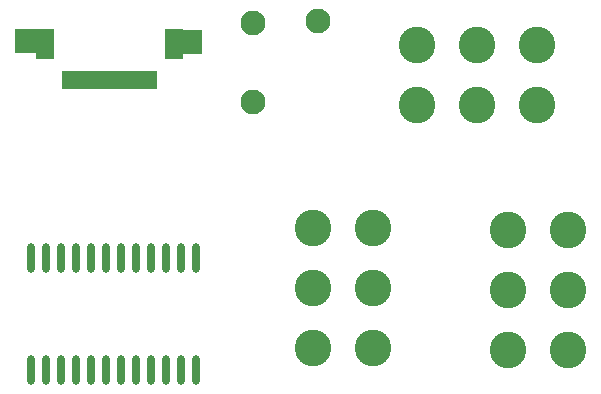
<source format=gts>
G04 Layer: TopSolderMaskLayer*
G04 EasyEDA v6.5.46, 2025-07-23 17:18:39*
G04 4d1536246bbc4f27acf5b42e0466264c,7be8f16a26344db1bf46185b0a727cd7,10*
G04 Gerber Generator version 0.2*
G04 Scale: 100 percent, Rotated: No, Reflected: No *
G04 Dimensions in millimeters *
G04 leading zeros omitted , absolute positions ,4 integer and 5 decimal *
%FSLAX45Y45*%
%MOMM*%

%AMMACRO1*4,1,8,-0.1961,-0.8007,-0.2258,-0.7708,-0.2258,0.771,-0.1961,0.8007,0.1958,0.8007,0.2258,0.771,0.2258,-0.7708,0.1958,-0.8007,-0.1961,-0.8007,0*%
%AMMACRO2*4,1,8,-0.771,-1.3007,-0.8007,-1.2708,-0.8007,1.271,-0.771,1.3007,0.7708,1.3007,0.8007,1.271,0.8007,-1.2708,0.7708,-1.3007,-0.771,-1.3007,0*%
%AMMACRO3*4,1,8,-1.0211,-1.0508,-1.0508,-1.0208,-1.0508,1.0211,-1.0211,1.0508,1.0208,1.0508,1.0508,1.0211,1.0508,-1.0208,1.0208,-1.0508,-1.0211,-1.0508,0*%
%ADD10C,2.1016*%
%ADD11C,3.1016*%
%ADD12MACRO1*%
%ADD13MACRO2*%
%ADD14O,0.6755891999999999X2.4896064*%
%ADD15MACRO3*%

%LPD*%
D10*
G01*
X3136900Y5753100D03*
G01*
X3683000Y5765800D03*
D11*
G01*
X5295900Y2984500D03*
G01*
X5295900Y3492500D03*
G01*
X5295900Y4000500D03*
G01*
X5803900Y4000500D03*
G01*
X5803900Y3492500D03*
G01*
X5803900Y2984500D03*
G01*
X3644900Y2997200D03*
G01*
X3644900Y3505200D03*
G01*
X3644900Y4013200D03*
G01*
X4152900Y4013200D03*
G01*
X4152900Y3505200D03*
G01*
X4152900Y2997200D03*
G01*
X4521200Y5562600D03*
G01*
X5029200Y5562600D03*
G01*
X5537200Y5562600D03*
G01*
X5537200Y5054600D03*
G01*
X5029200Y5054600D03*
G01*
X4521200Y5054600D03*
D12*
G01*
X1542694Y5267896D03*
G01*
X1592706Y5267896D03*
G01*
X1642694Y5267896D03*
G01*
X1692706Y5267896D03*
G01*
X1742693Y5267896D03*
G01*
X1792706Y5267896D03*
G01*
X1842693Y5267896D03*
G01*
X1892706Y5267896D03*
G01*
X1942693Y5267896D03*
G01*
X1992706Y5267896D03*
G01*
X2042693Y5267896D03*
G01*
X2092706Y5267896D03*
G01*
X2142693Y5267896D03*
G01*
X2192705Y5267896D03*
G01*
X2242693Y5267896D03*
G01*
X2292705Y5267896D03*
D13*
G01*
X1372704Y5577890D03*
G01*
X2462695Y5577890D03*
D10*
G01*
X3136900Y5080000D03*
D14*
G01*
X2654300Y3763695D03*
G01*
X2527300Y3763695D03*
G01*
X2400300Y3763695D03*
G01*
X2273300Y3763695D03*
G01*
X2146300Y3763695D03*
G01*
X2019300Y3763695D03*
G01*
X1892300Y3763695D03*
G01*
X1765300Y3763695D03*
G01*
X1638300Y3763695D03*
G01*
X1511300Y3763695D03*
G01*
X1384300Y3763695D03*
G01*
X1257300Y3763695D03*
G01*
X2654300Y2814904D03*
G01*
X2527300Y2814904D03*
G01*
X2400300Y2814904D03*
G01*
X2273300Y2814904D03*
G01*
X2146300Y2814904D03*
G01*
X2019300Y2814904D03*
G01*
X1892300Y2814904D03*
G01*
X1765300Y2814904D03*
G01*
X1638300Y2814904D03*
G01*
X1511300Y2814904D03*
G01*
X1384300Y2814904D03*
G01*
X1257300Y2814904D03*
D15*
G01*
X1219200Y5600700D03*
G01*
X2603500Y5588000D03*
M02*

</source>
